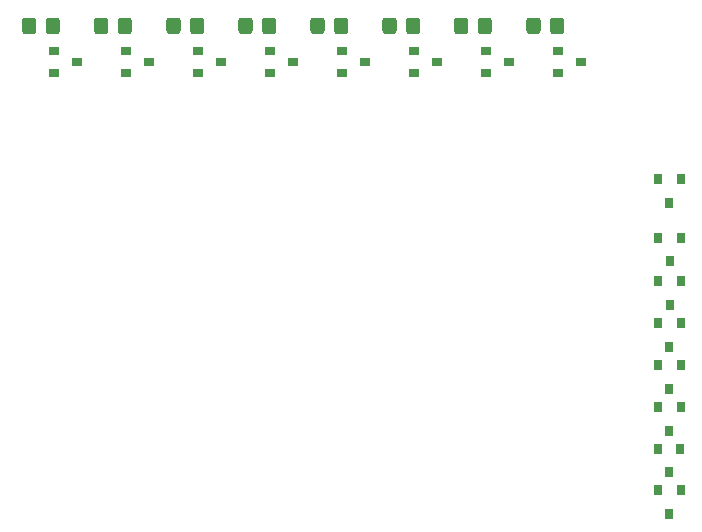
<source format=gbr>
%TF.GenerationSoftware,KiCad,Pcbnew,(5.1.8)-1*%
%TF.CreationDate,2021-12-10T09:09:34+01:00*%
%TF.ProjectId,FirePlaceLedmatrix,46697265-506c-4616-9365-4c65646d6174,rev?*%
%TF.SameCoordinates,Original*%
%TF.FileFunction,Paste,Bot*%
%TF.FilePolarity,Positive*%
%FSLAX46Y46*%
G04 Gerber Fmt 4.6, Leading zero omitted, Abs format (unit mm)*
G04 Created by KiCad (PCBNEW (5.1.8)-1) date 2021-12-10 09:09:34*
%MOMM*%
%LPD*%
G01*
G04 APERTURE LIST*
%ADD10R,0.800000X0.900000*%
%ADD11R,0.900000X0.800000*%
G04 APERTURE END LIST*
D10*
%TO.C,Q8*%
X90017600Y-88569800D03*
X90967600Y-86569800D03*
X89067600Y-86569800D03*
%TD*%
%TO.C,Q7*%
X89992200Y-85039200D03*
X90942200Y-83039200D03*
X89042200Y-83039200D03*
%TD*%
%TO.C,Q6*%
X90017600Y-81508600D03*
X90967600Y-79508600D03*
X89067600Y-79508600D03*
%TD*%
%TO.C,Q5*%
X90017600Y-77952600D03*
X90967600Y-75952600D03*
X89067600Y-75952600D03*
%TD*%
%TO.C,Q4*%
X90017600Y-74396600D03*
X90967600Y-72396600D03*
X89067600Y-72396600D03*
%TD*%
%TO.C,Q3*%
X90043000Y-70840600D03*
X90993000Y-68840600D03*
X89093000Y-68840600D03*
%TD*%
%TO.C,Q2*%
X90043000Y-67183000D03*
X90993000Y-65183000D03*
X89093000Y-65183000D03*
%TD*%
%TO.C,Q1*%
X90017600Y-62230000D03*
X90967600Y-60230000D03*
X89067600Y-60230000D03*
%TD*%
D11*
%TO.C,T8*%
X82550000Y-50292000D03*
X80550000Y-49342000D03*
X80550000Y-51242000D03*
%TD*%
%TO.C,T7*%
X76454000Y-50292000D03*
X74454000Y-49342000D03*
X74454000Y-51242000D03*
%TD*%
%TO.C,T6*%
X70358000Y-50292000D03*
X68358000Y-49342000D03*
X68358000Y-51242000D03*
%TD*%
%TO.C,T5*%
X64262000Y-50292000D03*
X62262000Y-49342000D03*
X62262000Y-51242000D03*
%TD*%
%TO.C,T4*%
X58166000Y-50292000D03*
X56166000Y-49342000D03*
X56166000Y-51242000D03*
%TD*%
%TO.C,T3*%
X52070000Y-50292000D03*
X50070000Y-49342000D03*
X50070000Y-51242000D03*
%TD*%
%TO.C,T2*%
X45974000Y-50292000D03*
X43974000Y-49342000D03*
X43974000Y-51242000D03*
%TD*%
%TO.C,T1*%
X39878000Y-50292000D03*
X37878000Y-49342000D03*
X37878000Y-51242000D03*
%TD*%
%TO.C,R8*%
G36*
G01*
X79918000Y-47694001D02*
X79918000Y-46793999D01*
G75*
G02*
X80167999Y-46544000I249999J0D01*
G01*
X80868001Y-46544000D01*
G75*
G02*
X81118000Y-46793999I0J-249999D01*
G01*
X81118000Y-47694001D01*
G75*
G02*
X80868001Y-47944000I-249999J0D01*
G01*
X80167999Y-47944000D01*
G75*
G02*
X79918000Y-47694001I0J249999D01*
G01*
G37*
G36*
G01*
X77918000Y-47694001D02*
X77918000Y-46793999D01*
G75*
G02*
X78167999Y-46544000I249999J0D01*
G01*
X78868001Y-46544000D01*
G75*
G02*
X79118000Y-46793999I0J-249999D01*
G01*
X79118000Y-47694001D01*
G75*
G02*
X78868001Y-47944000I-249999J0D01*
G01*
X78167999Y-47944000D01*
G75*
G02*
X77918000Y-47694001I0J249999D01*
G01*
G37*
%TD*%
%TO.C,R7*%
G36*
G01*
X73790000Y-47694001D02*
X73790000Y-46793999D01*
G75*
G02*
X74039999Y-46544000I249999J0D01*
G01*
X74740001Y-46544000D01*
G75*
G02*
X74990000Y-46793999I0J-249999D01*
G01*
X74990000Y-47694001D01*
G75*
G02*
X74740001Y-47944000I-249999J0D01*
G01*
X74039999Y-47944000D01*
G75*
G02*
X73790000Y-47694001I0J249999D01*
G01*
G37*
G36*
G01*
X71790000Y-47694001D02*
X71790000Y-46793999D01*
G75*
G02*
X72039999Y-46544000I249999J0D01*
G01*
X72740001Y-46544000D01*
G75*
G02*
X72990000Y-46793999I0J-249999D01*
G01*
X72990000Y-47694001D01*
G75*
G02*
X72740001Y-47944000I-249999J0D01*
G01*
X72039999Y-47944000D01*
G75*
G02*
X71790000Y-47694001I0J249999D01*
G01*
G37*
%TD*%
%TO.C,R6*%
G36*
G01*
X67726000Y-47694001D02*
X67726000Y-46793999D01*
G75*
G02*
X67975999Y-46544000I249999J0D01*
G01*
X68676001Y-46544000D01*
G75*
G02*
X68926000Y-46793999I0J-249999D01*
G01*
X68926000Y-47694001D01*
G75*
G02*
X68676001Y-47944000I-249999J0D01*
G01*
X67975999Y-47944000D01*
G75*
G02*
X67726000Y-47694001I0J249999D01*
G01*
G37*
G36*
G01*
X65726000Y-47694001D02*
X65726000Y-46793999D01*
G75*
G02*
X65975999Y-46544000I249999J0D01*
G01*
X66676001Y-46544000D01*
G75*
G02*
X66926000Y-46793999I0J-249999D01*
G01*
X66926000Y-47694001D01*
G75*
G02*
X66676001Y-47944000I-249999J0D01*
G01*
X65975999Y-47944000D01*
G75*
G02*
X65726000Y-47694001I0J249999D01*
G01*
G37*
%TD*%
%TO.C,R5*%
G36*
G01*
X61630000Y-47694001D02*
X61630000Y-46793999D01*
G75*
G02*
X61879999Y-46544000I249999J0D01*
G01*
X62580001Y-46544000D01*
G75*
G02*
X62830000Y-46793999I0J-249999D01*
G01*
X62830000Y-47694001D01*
G75*
G02*
X62580001Y-47944000I-249999J0D01*
G01*
X61879999Y-47944000D01*
G75*
G02*
X61630000Y-47694001I0J249999D01*
G01*
G37*
G36*
G01*
X59630000Y-47694001D02*
X59630000Y-46793999D01*
G75*
G02*
X59879999Y-46544000I249999J0D01*
G01*
X60580001Y-46544000D01*
G75*
G02*
X60830000Y-46793999I0J-249999D01*
G01*
X60830000Y-47694001D01*
G75*
G02*
X60580001Y-47944000I-249999J0D01*
G01*
X59879999Y-47944000D01*
G75*
G02*
X59630000Y-47694001I0J249999D01*
G01*
G37*
%TD*%
%TO.C,R4*%
G36*
G01*
X55534000Y-47694001D02*
X55534000Y-46793999D01*
G75*
G02*
X55783999Y-46544000I249999J0D01*
G01*
X56484001Y-46544000D01*
G75*
G02*
X56734000Y-46793999I0J-249999D01*
G01*
X56734000Y-47694001D01*
G75*
G02*
X56484001Y-47944000I-249999J0D01*
G01*
X55783999Y-47944000D01*
G75*
G02*
X55534000Y-47694001I0J249999D01*
G01*
G37*
G36*
G01*
X53534000Y-47694001D02*
X53534000Y-46793999D01*
G75*
G02*
X53783999Y-46544000I249999J0D01*
G01*
X54484001Y-46544000D01*
G75*
G02*
X54734000Y-46793999I0J-249999D01*
G01*
X54734000Y-47694001D01*
G75*
G02*
X54484001Y-47944000I-249999J0D01*
G01*
X53783999Y-47944000D01*
G75*
G02*
X53534000Y-47694001I0J249999D01*
G01*
G37*
%TD*%
%TO.C,R3*%
G36*
G01*
X49438000Y-47694001D02*
X49438000Y-46793999D01*
G75*
G02*
X49687999Y-46544000I249999J0D01*
G01*
X50388001Y-46544000D01*
G75*
G02*
X50638000Y-46793999I0J-249999D01*
G01*
X50638000Y-47694001D01*
G75*
G02*
X50388001Y-47944000I-249999J0D01*
G01*
X49687999Y-47944000D01*
G75*
G02*
X49438000Y-47694001I0J249999D01*
G01*
G37*
G36*
G01*
X47438000Y-47694001D02*
X47438000Y-46793999D01*
G75*
G02*
X47687999Y-46544000I249999J0D01*
G01*
X48388001Y-46544000D01*
G75*
G02*
X48638000Y-46793999I0J-249999D01*
G01*
X48638000Y-47694001D01*
G75*
G02*
X48388001Y-47944000I-249999J0D01*
G01*
X47687999Y-47944000D01*
G75*
G02*
X47438000Y-47694001I0J249999D01*
G01*
G37*
%TD*%
%TO.C,R2*%
G36*
G01*
X43310000Y-47694001D02*
X43310000Y-46793999D01*
G75*
G02*
X43559999Y-46544000I249999J0D01*
G01*
X44260001Y-46544000D01*
G75*
G02*
X44510000Y-46793999I0J-249999D01*
G01*
X44510000Y-47694001D01*
G75*
G02*
X44260001Y-47944000I-249999J0D01*
G01*
X43559999Y-47944000D01*
G75*
G02*
X43310000Y-47694001I0J249999D01*
G01*
G37*
G36*
G01*
X41310000Y-47694001D02*
X41310000Y-46793999D01*
G75*
G02*
X41559999Y-46544000I249999J0D01*
G01*
X42260001Y-46544000D01*
G75*
G02*
X42510000Y-46793999I0J-249999D01*
G01*
X42510000Y-47694001D01*
G75*
G02*
X42260001Y-47944000I-249999J0D01*
G01*
X41559999Y-47944000D01*
G75*
G02*
X41310000Y-47694001I0J249999D01*
G01*
G37*
%TD*%
%TO.C,R1*%
G36*
G01*
X37214000Y-47694001D02*
X37214000Y-46793999D01*
G75*
G02*
X37463999Y-46544000I249999J0D01*
G01*
X38164001Y-46544000D01*
G75*
G02*
X38414000Y-46793999I0J-249999D01*
G01*
X38414000Y-47694001D01*
G75*
G02*
X38164001Y-47944000I-249999J0D01*
G01*
X37463999Y-47944000D01*
G75*
G02*
X37214000Y-47694001I0J249999D01*
G01*
G37*
G36*
G01*
X35214000Y-47694001D02*
X35214000Y-46793999D01*
G75*
G02*
X35463999Y-46544000I249999J0D01*
G01*
X36164001Y-46544000D01*
G75*
G02*
X36414000Y-46793999I0J-249999D01*
G01*
X36414000Y-47694001D01*
G75*
G02*
X36164001Y-47944000I-249999J0D01*
G01*
X35463999Y-47944000D01*
G75*
G02*
X35214000Y-47694001I0J249999D01*
G01*
G37*
%TD*%
M02*

</source>
